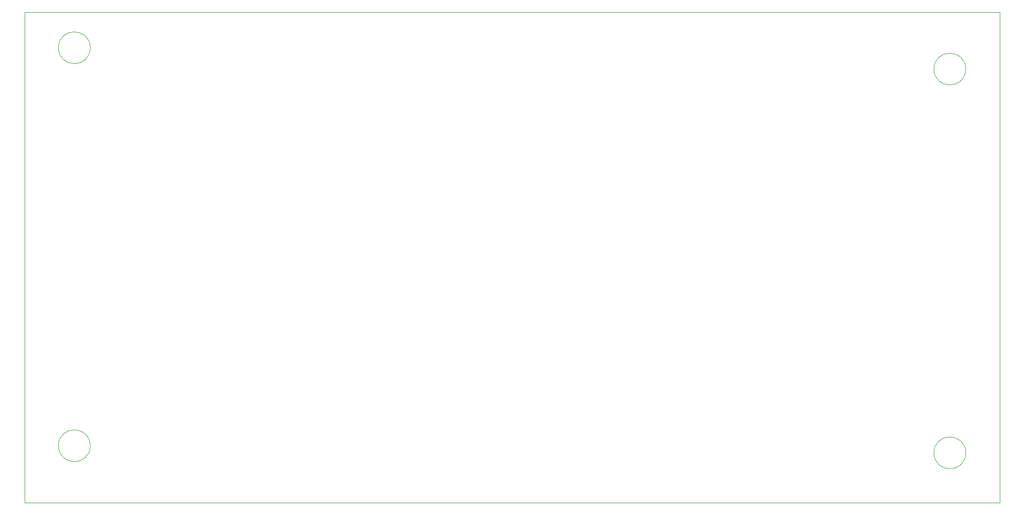
<source format=gbr>
G04 #@! TF.GenerationSoftware,KiCad,Pcbnew,(5.1.5)-3*
G04 #@! TF.CreationDate,2020-06-19T21:21:12-03:00*
G04 #@! TF.ProjectId,gerador_de_funcoes,67657261-646f-4725-9f64-655f66756e63,rev?*
G04 #@! TF.SameCoordinates,Original*
G04 #@! TF.FileFunction,Profile,NP*
%FSLAX46Y46*%
G04 Gerber Fmt 4.6, Leading zero omitted, Abs format (unit mm)*
G04 Created by KiCad (PCBNEW (5.1.5)-3) date 2020-06-19 21:21:12*
%MOMM*%
%LPD*%
G04 APERTURE LIST*
%ADD10C,0.050000*%
G04 APERTURE END LIST*
D10*
X63799806Y-64770000D02*
G75*
G03X63799806Y-64770000I-2839806J0D01*
G01*
X220009806Y-68580000D02*
G75*
G03X220009806Y-68580000I-2839806J0D01*
G01*
X63799806Y-135890000D02*
G75*
G03X63799806Y-135890000I-2839806J0D01*
G01*
X220009806Y-137160000D02*
G75*
G03X220009806Y-137160000I-2839806J0D01*
G01*
X226060000Y-58420000D02*
X52070000Y-58420000D01*
X226060000Y-146050000D02*
X226060000Y-58420000D01*
X52070000Y-146050000D02*
X226060000Y-146050000D01*
X52070000Y-58420000D02*
X52070000Y-146050000D01*
M02*

</source>
